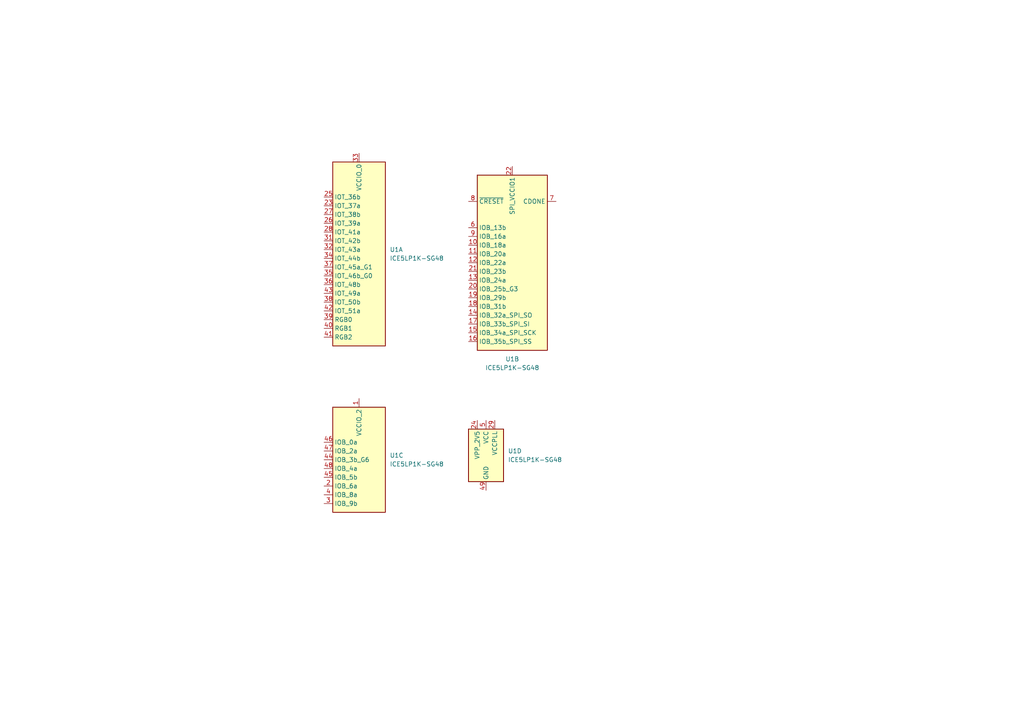
<source format=kicad_sch>
(kicad_sch (version 20230121) (generator eeschema)
  (paper "A4")
  (lib_symbols
    (symbol "FPGA_Lattice:ICE5LP1K-SG48"
      (property "Reference" "U" (at -8.89 -29.21 0))
      (property "Value" "ICE5LP1K-SG48" (at 0 -31.75 0))
      (symbol "ICE5LP1K-SG48_1_1"
        (rectangle (start -7.62 25.4) (end 7.62 -27.94) (stroke (width 0.254)) (fill (type background)))
        (pin bidirectional line (at -10.16 12.7 0) (length 2.54) (name "IOT_37a") (number "23"))
        (pin bidirectional line (at -10.16 15.24 0) (length 2.54) (name "IOT_36b") (number "25"))
        (pin bidirectional line (at -10.16 7.62 0) (length 2.54) (name "IOT_39a") (number "26"))
        (pin bidirectional line (at -10.16 10.16 0) (length 2.54) (name "IOT_38b") (number "27"))
        (pin bidirectional line (at -10.16 5.08 0) (length 2.54) (name "IOT_41a") (number "28"))
        (pin bidirectional line (at -10.16 2.54 0) (length 2.54) (name "IOT_42b") (number "31"))
        (pin bidirectional line (at -10.16 0 0) (length 2.54) (name "IOT_43a") (number "32"))
        (pin power_in line (at 0 27.94 270) (length 2.54) (name "VCCIO_0") (number "33"))
        (pin bidirectional line (at -10.16 -2.54 0) (length 2.54) (name "IOT_44b") (number "34"))
        (pin bidirectional line (at -10.16 -7.62 0) (length 2.54) (name "IOT_46b_G0") (number "35"))
        (pin bidirectional line (at -10.16 -10.16 0) (length 2.54) (name "IOT_48b") (number "36"))
        (pin bidirectional line (at -10.16 -5.08 0) (length 2.54) (name "IOT_45a_G1") (number "37"))
        (pin bidirectional line (at -10.16 -15.24 0) (length 2.54) (name "IOT_50b") (number "38"))
        (pin open_collector line (at -10.16 -20.32 0) (length 2.54) (name "RGB0") (number "39"))
        (pin open_collector line (at -10.16 -22.86 0) (length 2.54) (name "RGB1") (number "40"))
        (pin open_collector line (at -10.16 -25.4 0) (length 2.54) (name "RGB2") (number "41"))
        (pin bidirectional line (at -10.16 -17.78 0) (length 2.54) (name "IOT_51a") (number "42"))
        (pin bidirectional line (at -10.16 -12.7 0) (length 2.54) (name "IOT_49a") (number "43"))
      )
      (symbol "ICE5LP1K-SG48_2_1"
        (rectangle (start -10.16 25.4) (end 10.16 -25.4) (stroke (width 0.254)) (fill (type background)))
        (pin bidirectional line (at -12.7 5.08 0) (length 2.54) (name "IOB_18a") (number "10"))
        (pin bidirectional line (at -12.7 2.54 0) (length 2.54) (name "IOB_20a") (number "11"))
        (pin bidirectional line (at -12.7 0 0) (length 2.54) (name "IOB_22a") (number "12"))
        (pin bidirectional line (at -12.7 -5.08 0) (length 2.54) (name "IOB_24a") (number "13"))
        (pin bidirectional line (at -12.7 -15.24 0) (length 2.54) (name "IOB_32a_SPI_SO") (number "14"))
        (pin bidirectional line (at -12.7 -20.32 0) (length 2.54) (name "IOB_34a_SPI_SCK") (number "15"))
        (pin bidirectional line (at -12.7 -22.86 0) (length 2.54) (name "IOB_35b_SPI_SS") (number "16"))
        (pin bidirectional line (at -12.7 -17.78 0) (length 2.54) (name "IOB_33b_SPI_SI") (number "17"))
        (pin bidirectional line (at -12.7 -12.7 0) (length 2.54) (name "IOB_31b") (number "18"))
        (pin bidirectional line (at -12.7 -10.16 0) (length 2.54) (name "IOB_29b") (number "19"))
        (pin bidirectional line (at -12.7 -7.62 0) (length 2.54) (name "IOB_25b_G3") (number "20"))
        (pin bidirectional line (at -12.7 -2.54 0) (length 2.54) (name "IOB_23b") (number "21"))
        (pin power_in line (at 0 27.94 270) (length 2.54) (name "SPI_VCCIO1") (number "22"))
        (pin bidirectional line (at -12.7 10.16 0) (length 2.54) (name "IOB_13b") (number "6"))
        (pin open_collector line (at 12.7 17.78 180) (length 2.54) (name "CDONE") (number "7"))
        (pin input line (at -12.7 17.78 0) (length 2.54) (name "~{CRESET}") (number "8"))
        (pin bidirectional line (at -12.7 7.62 0) (length 2.54) (name "IOB_16a") (number "9"))
      )
      (symbol "ICE5LP1K-SG48_3_1"
        (rectangle (start -7.62 15.24) (end 7.62 -15.24) (stroke (width 0.254)) (fill (type background)))
        (pin power_in line (at 0 17.78 270) (length 2.54) (name "VCCIO_2") (number "1"))
        (pin bidirectional line (at -10.16 -7.62 0) (length 2.54) (name "IOB_6a") (number "2"))
        (pin bidirectional line (at -10.16 -12.7 0) (length 2.54) (name "IOB_9b") (number "3"))
        (pin bidirectional line (at -10.16 -10.16 0) (length 2.54) (name "IOB_8a") (number "4"))
        (pin bidirectional line (at -10.16 0 0) (length 2.54) (name "IOB_3b_G6") (number "44"))
        (pin bidirectional line (at -10.16 -5.08 0) (length 2.54) (name "IOB_5b") (number "45"))
        (pin bidirectional line (at -10.16 5.08 0) (length 2.54) (name "IOB_0a") (number "46"))
        (pin bidirectional line (at -10.16 2.54 0) (length 2.54) (name "IOB_2a") (number "47"))
        (pin bidirectional line (at -10.16 -2.54 0) (length 2.54) (name "IOB_4a") (number "48"))
      )
      (symbol "ICE5LP1K-SG48_4_1"
        (rectangle (start -5.08 7.62) (end 5.08 -7.62) (stroke (width 0.254)) (fill (type background)))
        (pin power_in line (at -2.54 10.16 270) (length 2.54) (name "VPP_2V5") (number "24"))
        (pin power_out line (at 2.54 10.16 270) (length 2.54) (name "VCCPLL") (number "29"))
        (pin passive line (at 0 10.16 270) (length 2.54) hide (name "VCC") (number "30"))
        (pin power_in line (at 0 -10.16 90) (length 2.54) (name "GND") (number "49"))
        (pin power_in line (at 0 10.16 270) (length 2.54) (name "VCC") (number "5"))
      )
    )
  )
  (symbol (lib_id "FPGA_Lattice:ICE5LP1K-SG48") (at 140.97 132.08 0) (unit 4)
    (property "Reference" "U1" (at 147.32 130.81 0) (effects (justify left)))
    (property "Value" "ICE5LP1K-SG48" (at 147.32 133.35 0) (effects (justify left)))
    (property "Footprint" "Package_DFN_QFN:QFN-48-1EP_7x7mm_P0.5mm_EP5.6x5.6mm" (effects hide))
    (property "Datasheet" "http://www.latticesemi.com/Products/FPGAandCPLD/iCE40Ultra" (effects hide))
  )
  (symbol (lib_id "FPGA_Lattice:ICE5LP1K-SG48") (at 104.14 72.39 0) (unit 1)
    (property "Reference" "U1" (at 113.03 72.39 0) (effects (justify left)))
    (property "Value" "ICE5LP1K-SG48" (at 113.03 74.93 0) (effects (justify left)))
    (property "Footprint" "Package_DFN_QFN:QFN-48-1EP_7x7mm_P0.5mm_EP5.6x5.6mm" (effects hide))
    (property "Datasheet" "http://www.latticesemi.com/Products/FPGAandCPLD/iCE40Ultra" (effects hide))
  )
  (symbol (lib_id "FPGA_Lattice:ICE5LP1K-SG48") (at 148.59 76.2 0) (unit 2)
    (property "Reference" "U1" (at 148.59 104.14 0))
    (property "Value" "ICE5LP1K-SG48" (at 148.59 106.68 0))
    (property "Footprint" "Package_DFN_QFN:QFN-48-1EP_7x7mm_P0.5mm_EP5.6x5.6mm" (effects hide))
    (property "Datasheet" "http://www.latticesemi.com/Products/FPGAandCPLD/iCE40Ultra" (effects hide))
  )
  (symbol (lib_id "FPGA_Lattice:ICE5LP1K-SG48") (at 104.14 133.35 0) (unit 3)
    (property "Reference" "U1" (at 113.03 132.08 0) (effects (justify left)))
    (property "Value" "ICE5LP1K-SG48" (at 113.03 134.62 0) (effects (justify left)))
    (property "Footprint" "Package_DFN_QFN:QFN-48-1EP_7x7mm_P0.5mm_EP5.6x5.6mm" (effects hide))
    (property "Datasheet" "http://www.latticesemi.com/Products/FPGAandCPLD/iCE40Ultra" (effects hide))
  )
)
</source>
